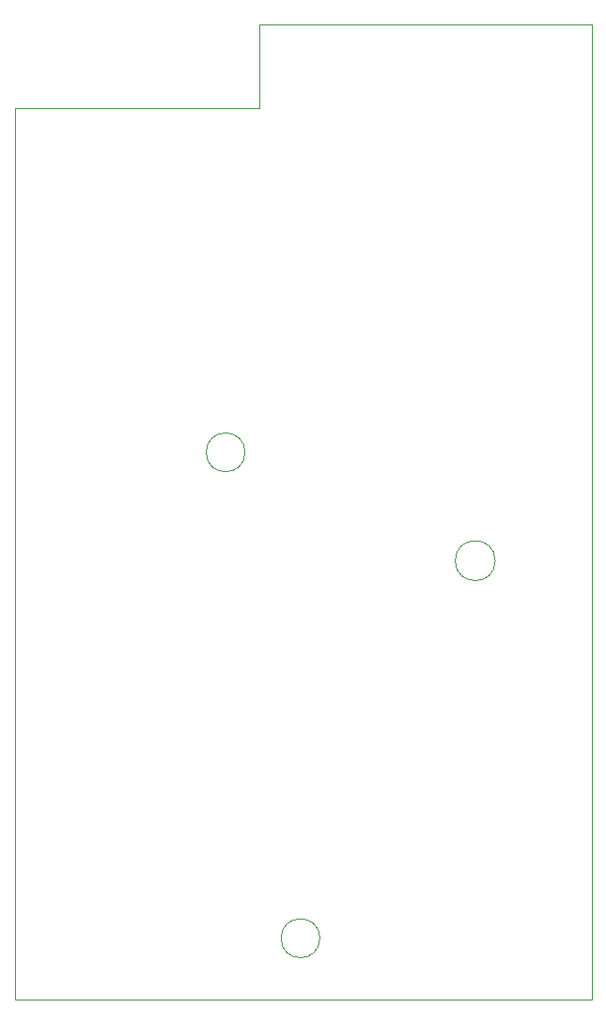
<source format=gbr>
%TF.GenerationSoftware,KiCad,Pcbnew,8.0.8*%
%TF.CreationDate,2025-07-12T12:46:27+02:00*%
%TF.ProjectId,lora_sensor_case-sensor_top,6c6f7261-5f73-4656-9e73-6f725f636173,rev?*%
%TF.SameCoordinates,Original*%
%TF.FileFunction,Profile,NP*%
%FSLAX46Y46*%
G04 Gerber Fmt 4.6, Leading zero omitted, Abs format (unit mm)*
G04 Created by KiCad (PCBNEW 8.0.8) date 2025-07-12 12:46:27*
%MOMM*%
%LPD*%
G01*
G04 APERTURE LIST*
%TA.AperFunction,Profile*%
%ADD10C,0.050000*%
%TD*%
%TA.AperFunction,Profile*%
%ADD11C,0.100000*%
%TD*%
G04 APERTURE END LIST*
D10*
X120750000Y-109250000D02*
G75*
G02*
X117250000Y-109250000I-1750000J0D01*
G01*
X117250000Y-109250000D02*
G75*
G02*
X120750000Y-109250000I1750000J0D01*
G01*
X152000000Y-158500000D02*
X100000000Y-158500000D01*
D11*
X143302776Y-119000000D02*
G75*
G02*
X139697224Y-119000000I-1802776J0D01*
G01*
X139697224Y-119000000D02*
G75*
G02*
X143302776Y-119000000I1802776J0D01*
G01*
D10*
X152000000Y-70750000D02*
X152000000Y-158500000D01*
X100000000Y-158500000D02*
X100000000Y-78250000D01*
X100000000Y-78250000D02*
X122000000Y-78250000D01*
X127500000Y-153000000D02*
G75*
G02*
X124000000Y-153000000I-1750000J0D01*
G01*
X124000000Y-153000000D02*
G75*
G02*
X127500000Y-153000000I1750000J0D01*
G01*
X122000000Y-78250000D02*
X122000000Y-70750000D01*
X122000000Y-70750000D02*
X152000000Y-70750000D01*
M02*

</source>
